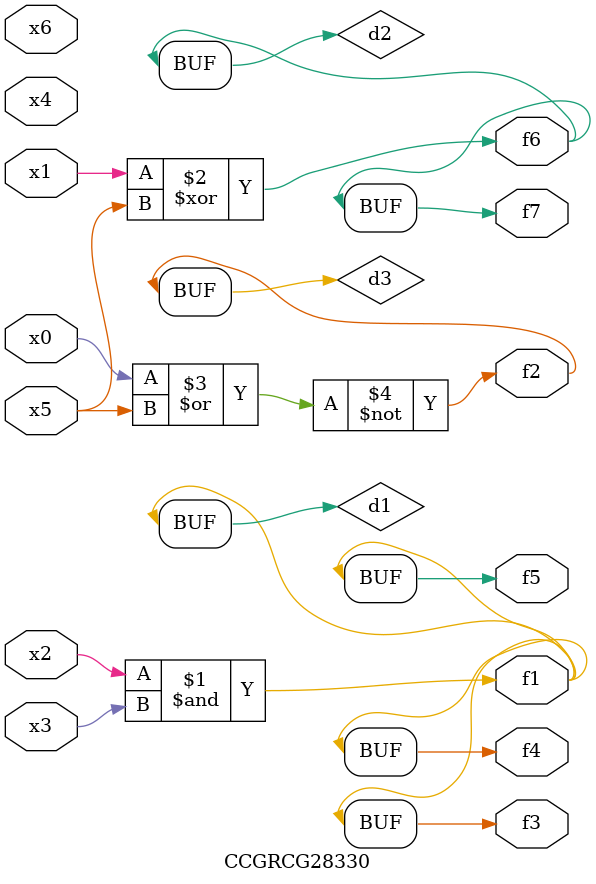
<source format=v>
module CCGRCG28330(
	input x0, x1, x2, x3, x4, x5, x6,
	output f1, f2, f3, f4, f5, f6, f7
);

	wire d1, d2, d3;

	and (d1, x2, x3);
	xor (d2, x1, x5);
	nor (d3, x0, x5);
	assign f1 = d1;
	assign f2 = d3;
	assign f3 = d1;
	assign f4 = d1;
	assign f5 = d1;
	assign f6 = d2;
	assign f7 = d2;
endmodule

</source>
